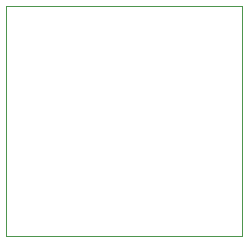
<source format=gko>
G75*
%MOIN*%
%OFA0B0*%
%FSLAX24Y24*%
%IPPOS*%
%LPD*%
%AMOC8*
5,1,8,0,0,1.08239X$1,22.5*
%
%ADD10C,0.0000*%
D10*
X000180Y000180D02*
X000180Y007857D01*
X008054Y007857D01*
X008054Y000180D01*
X000180Y000180D01*
M02*

</source>
